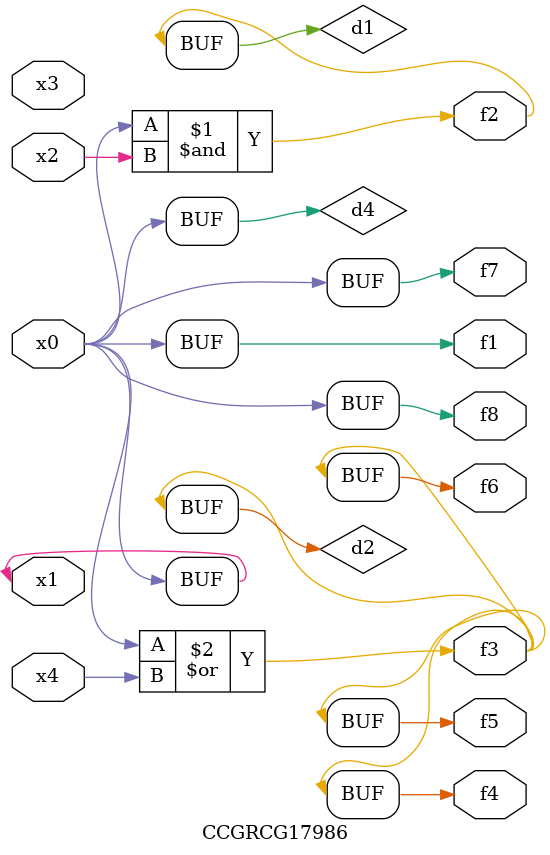
<source format=v>
module CCGRCG17986(
	input x0, x1, x2, x3, x4,
	output f1, f2, f3, f4, f5, f6, f7, f8
);

	wire d1, d2, d3, d4;

	and (d1, x0, x2);
	or (d2, x0, x4);
	nand (d3, x0, x2);
	buf (d4, x0, x1);
	assign f1 = d4;
	assign f2 = d1;
	assign f3 = d2;
	assign f4 = d2;
	assign f5 = d2;
	assign f6 = d2;
	assign f7 = d4;
	assign f8 = d4;
endmodule

</source>
